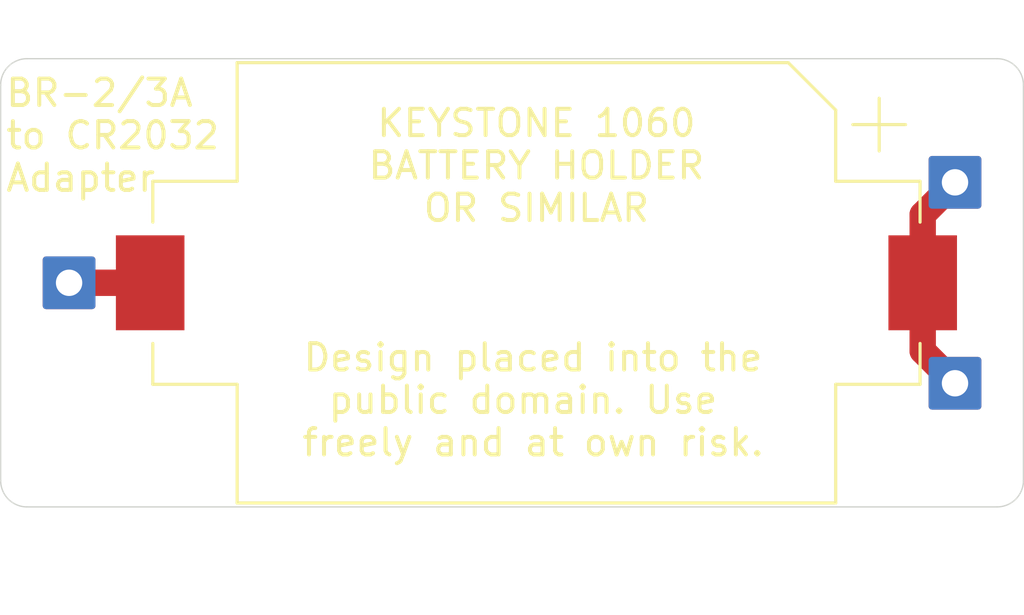
<source format=kicad_pcb>
(kicad_pcb (version 20171130) (host pcbnew "(5.1.9)-1")

  (general
    (thickness 1.6)
    (drawings 11)
    (tracks 5)
    (zones 0)
    (modules 4)
    (nets 3)
  )

  (page A4)
  (layers
    (0 F.Cu signal)
    (31 B.Cu signal)
    (32 B.Adhes user)
    (33 F.Adhes user)
    (34 B.Paste user)
    (35 F.Paste user)
    (36 B.SilkS user)
    (37 F.SilkS user)
    (38 B.Mask user)
    (39 F.Mask user)
    (40 Dwgs.User user)
    (41 Cmts.User user)
    (42 Eco1.User user)
    (43 Eco2.User user)
    (44 Edge.Cuts user)
    (45 Margin user)
    (46 B.CrtYd user)
    (47 F.CrtYd user)
    (48 B.Fab user)
    (49 F.Fab user)
  )

  (setup
    (last_trace_width 1)
    (user_trace_width 1)
    (trace_clearance 0.2)
    (zone_clearance 0.508)
    (zone_45_only no)
    (trace_min 0.2)
    (via_size 0.8)
    (via_drill 0.4)
    (via_min_size 0.4)
    (via_min_drill 0.3)
    (uvia_size 0.3)
    (uvia_drill 0.1)
    (uvias_allowed no)
    (uvia_min_size 0.2)
    (uvia_min_drill 0.1)
    (edge_width 0.05)
    (segment_width 0.2)
    (pcb_text_width 0.3)
    (pcb_text_size 1.5 1.5)
    (mod_edge_width 0.12)
    (mod_text_size 1 1)
    (mod_text_width 0.15)
    (pad_size 1.524 1.524)
    (pad_drill 0.762)
    (pad_to_mask_clearance 0)
    (aux_axis_origin 0 0)
    (visible_elements 7FFFFFFF)
    (pcbplotparams
      (layerselection 0x010f0_ffffffff)
      (usegerberextensions true)
      (usegerberattributes true)
      (usegerberadvancedattributes true)
      (creategerberjobfile true)
      (excludeedgelayer true)
      (linewidth 0.100000)
      (plotframeref false)
      (viasonmask false)
      (mode 1)
      (useauxorigin false)
      (hpglpennumber 1)
      (hpglpenspeed 20)
      (hpglpendiameter 15.000000)
      (psnegative false)
      (psa4output false)
      (plotreference true)
      (plotvalue true)
      (plotinvisibletext false)
      (padsonsilk false)
      (subtractmaskfromsilk false)
      (outputformat 1)
      (mirror false)
      (drillshape 0)
      (scaleselection 1)
      (outputdirectory "Gerber/"))
  )

  (net 0 "")
  (net 1 "Net-(BT1-Pad1)")
  (net 2 "Net-(BT1-Pad2)")

  (net_class Default "This is the default net class."
    (clearance 0.2)
    (trace_width 0.25)
    (via_dia 0.8)
    (via_drill 0.4)
    (uvia_dia 0.3)
    (uvia_drill 0.1)
    (add_net "Net-(BT1-Pad1)")
    (add_net "Net-(BT1-Pad2)")
  )

  (module Battery:BatteryHolder_Keystone_1060_1x2032 (layer F.Cu) (tedit 5B98EF5E) (tstamp 60FEC575)
    (at 136.525 85.09 180)
    (descr http://www.keyelco.com/product-pdf.cfm?p=726)
    (tags "CR2032 BR2032 BatteryHolder Battery")
    (path /60FEC40F)
    (attr smd)
    (fp_text reference BT1 (at -10.795 0) (layer F.SilkS) hide
      (effects (font (size 1 1) (thickness 0.15)))
    )
    (fp_text value Battery_Cell (at 0 -11.75) (layer F.Fab)
      (effects (font (size 1 1) (thickness 0.15)))
    )
    (fp_text user %R (at 0 0) (layer F.Fab)
      (effects (font (size 1 1) (thickness 0.15)))
    )
    (fp_arc (start 0 0) (end 6.5 -8.5) (angle -74.81070976) (layer F.CrtYd) (width 0.05))
    (fp_arc (start 0 0) (end -6.5 8.5) (angle -74.81070976) (layer F.CrtYd) (width 0.05))
    (fp_circle (center 0 0) (end -10.2 0) (layer Dwgs.User) (width 0.3))
    (fp_line (start 11 8) (end -9.4 8) (layer F.Fab) (width 0.1))
    (fp_line (start 11 -8) (end -11 -8) (layer F.Fab) (width 0.1))
    (fp_line (start 11 8) (end 11 3.5) (layer F.Fab) (width 0.1))
    (fp_line (start 11 -8) (end 11 -3.5) (layer F.Fab) (width 0.1))
    (fp_line (start -11 -8) (end -11 -3.5) (layer F.Fab) (width 0.1))
    (fp_line (start -11 6.4) (end -11 3.5) (layer F.Fab) (width 0.1))
    (fp_line (start -11 3.5) (end -14.2 3.5) (layer F.Fab) (width 0.1))
    (fp_line (start -14.2 3.5) (end -14.2 -3.5) (layer F.Fab) (width 0.1))
    (fp_line (start -14.2 -3.5) (end -11 -3.5) (layer F.Fab) (width 0.1))
    (fp_line (start 11 3.5) (end 14.2 3.5) (layer F.Fab) (width 0.1))
    (fp_line (start 14.2 3.5) (end 14.2 -3.5) (layer F.Fab) (width 0.1))
    (fp_line (start 14.2 -3.5) (end 11 -3.5) (layer F.Fab) (width 0.1))
    (fp_line (start -9.4 8) (end -11 6.4) (layer F.Fab) (width 0.1))
    (fp_line (start 11.35 3.85) (end 14.55 3.85) (layer F.SilkS) (width 0.12))
    (fp_line (start 14.55 3.85) (end 14.55 2.3) (layer F.SilkS) (width 0.12))
    (fp_line (start 11.35 8.35) (end 11.35 3.85) (layer F.SilkS) (width 0.12))
    (fp_line (start 11.35 8.35) (end -9.55 8.35) (layer F.SilkS) (width 0.12))
    (fp_line (start -11.35 6.55) (end -11.35 3.85) (layer F.SilkS) (width 0.12))
    (fp_line (start -9.55 8.35) (end -11.35 6.55) (layer F.SilkS) (width 0.12))
    (fp_line (start -11.35 3.85) (end -14.55 3.85) (layer F.SilkS) (width 0.12))
    (fp_line (start -14.55 3.85) (end -14.55 2.3) (layer F.SilkS) (width 0.12))
    (fp_line (start -11.35 -3.85) (end -14.55 -3.85) (layer F.SilkS) (width 0.12))
    (fp_line (start -14.55 -3.85) (end -14.55 -2.3) (layer F.SilkS) (width 0.12))
    (fp_line (start 11.35 -3.85) (end 14.55 -3.85) (layer F.SilkS) (width 0.12))
    (fp_line (start 14.55 -3.85) (end 14.55 -2.3) (layer F.SilkS) (width 0.12))
    (fp_line (start -11.35 -8.35) (end 11.35 -8.35) (layer F.SilkS) (width 0.12))
    (fp_line (start -11.35 -8.35) (end -11.35 -3.85) (layer F.SilkS) (width 0.12))
    (fp_line (start 11.35 -8.35) (end 11.35 -3.85) (layer F.SilkS) (width 0.12))
    (fp_line (start 11.5 8.5) (end 6.5 8.5) (layer F.CrtYd) (width 0.05))
    (fp_line (start -6.5 8.5) (end -11.5 8.5) (layer F.CrtYd) (width 0.05))
    (fp_line (start -11.5 4) (end -11.5 8.5) (layer F.CrtYd) (width 0.05))
    (fp_line (start -14.7 4) (end -11.5 4) (layer F.CrtYd) (width 0.05))
    (fp_line (start -14.7 4) (end -14.7 2.3) (layer F.CrtYd) (width 0.05))
    (fp_line (start -14.7 2.3) (end -16.45 2.3) (layer F.CrtYd) (width 0.05))
    (fp_line (start -16.45 2.3) (end -16.45 -2.3) (layer F.CrtYd) (width 0.05))
    (fp_line (start -14.7 -2.3) (end -16.45 -2.3) (layer F.CrtYd) (width 0.05))
    (fp_line (start -14.7 -2.3) (end -14.7 -4) (layer F.CrtYd) (width 0.05))
    (fp_line (start -14.7 -4) (end -11.5 -4) (layer F.CrtYd) (width 0.05))
    (fp_line (start -11.5 -4) (end -11.5 -8.5) (layer F.CrtYd) (width 0.05))
    (fp_line (start -11.5 -8.5) (end -6.5 -8.5) (layer F.CrtYd) (width 0.05))
    (fp_line (start 11.5 -8.5) (end 11.5 -4) (layer F.CrtYd) (width 0.05))
    (fp_line (start 11.5 -4) (end 14.7 -4) (layer F.CrtYd) (width 0.05))
    (fp_line (start 14.7 -4) (end 14.7 -2.3) (layer F.CrtYd) (width 0.05))
    (fp_line (start 14.7 -2.3) (end 16.45 -2.3) (layer F.CrtYd) (width 0.05))
    (fp_line (start 16.45 -2.3) (end 16.45 2.3) (layer F.CrtYd) (width 0.05))
    (fp_line (start 16.45 2.3) (end 14.7 2.3) (layer F.CrtYd) (width 0.05))
    (fp_line (start 14.7 2.3) (end 14.7 4) (layer F.CrtYd) (width 0.05))
    (fp_line (start 14.7 4) (end 11.5 4) (layer F.CrtYd) (width 0.05))
    (fp_line (start 11.5 4) (end 11.5 8.5) (layer F.CrtYd) (width 0.05))
    (fp_line (start 11.5 -8.5) (end 6.5 -8.5) (layer F.CrtYd) (width 0.05))
    (fp_line (start -13 5) (end -13 7) (layer F.SilkS) (width 0.12))
    (fp_line (start -12 6) (end -14 6) (layer F.SilkS) (width 0.12))
    (pad 1 smd rect (at -14.65 0) (size 2.6 3.6) (layers F.Cu F.Paste F.Mask)
      (net 1 "Net-(BT1-Pad1)"))
    (pad 2 smd rect (at 14.65 0) (size 2.6 3.6) (layers F.Cu F.Paste F.Mask)
      (net 2 "Net-(BT1-Pad2)"))
    (model ${KISYS3DMOD}/Battery.3dshapes/BatteryHolder_Keystone_1060_1x2032.wrl
      (at (xyz 0 0 0))
      (scale (xyz 1 1 1))
      (rotate (xyz 0 0 0))
    )
  )

  (module Connector_Wire:SolderWire-1.5sqmm_1x01_D1.7mm_OD3.9mm (layer F.Cu) (tedit 60FEBF54) (tstamp 60FF122F)
    (at 152.4 88.9)
    (descr "Soldered wire connection, for a single 1.5 mm² wire, reinforced insulation, conductor diameter 1.7mm, outer diameter 3.9mm, size source Multi-Contact FLEXI-xV 1.5 (https://ec.staubli.com/AcroFiles/Catalogues/TM_Cab-Main-11014119_(en)_hi.pdf), bend radius 3 times outer diameter, generated with kicad-footprint-generator")
    (tags "connector wire 1.5sqmm")
    (path /60FEBF43)
    (attr virtual)
    (fp_text reference H2 (at 0 -3.15) (layer F.SilkS) hide
      (effects (font (size 1 1) (thickness 0.15)))
    )
    (fp_text value Pos (at 0 3.15) (layer F.Fab)
      (effects (font (size 1 1) (thickness 0.15)))
    )
    (fp_circle (center 0 0) (end 1.95 0) (layer F.Fab) (width 0.1))
    (fp_text user %R (at 0 0) (layer F.Fab)
      (effects (font (size 0.98 0.98) (thickness 0.15)))
    )
    (pad 1 thru_hole roundrect (at 0 0) (size 2 2) (drill 1) (layers *.Cu *.Mask) (roundrect_rratio 0.064)
      (net 1 "Net-(BT1-Pad1)"))
    (model ${KISYS3DMOD}/Connector_PinHeader_2.54mm.3dshapes/PinHeader_1x01_P2.54mm_Vertical.wrl
      (offset (xyz 0 0 -1.6))
      (scale (xyz 1 1 1))
      (rotate (xyz 180 0 0))
    )
  )

  (module Connector_Wire:SolderWire-1.5sqmm_1x01_D1.7mm_OD3.9mm (layer F.Cu) (tedit 60FEBF45) (tstamp 60FF1224)
    (at 152.4 81.28)
    (descr "Soldered wire connection, for a single 1.5 mm² wire, reinforced insulation, conductor diameter 1.7mm, outer diameter 3.9mm, size source Multi-Contact FLEXI-xV 1.5 (https://ec.staubli.com/AcroFiles/Catalogues/TM_Cab-Main-11014119_(en)_hi.pdf), bend radius 3 times outer diameter, generated with kicad-footprint-generator")
    (tags "connector wire 1.5sqmm")
    (path /60FEBADB)
    (attr virtual)
    (fp_text reference H1 (at 0 -3.15) (layer F.SilkS) hide
      (effects (font (size 1 1) (thickness 0.15)))
    )
    (fp_text value Pos (at 0 3.15) (layer F.Fab)
      (effects (font (size 1 1) (thickness 0.15)))
    )
    (fp_circle (center 0 0) (end 1.95 0) (layer F.Fab) (width 0.1))
    (fp_text user %R (at 0 0) (layer F.Fab)
      (effects (font (size 0.98 0.98) (thickness 0.15)))
    )
    (pad 1 thru_hole roundrect (at 0 0) (size 2 2) (drill 1) (layers *.Cu *.Mask) (roundrect_rratio 0.064)
      (net 1 "Net-(BT1-Pad1)"))
    (model ${KISYS3DMOD}/Connector_PinHeader_2.54mm.3dshapes/PinHeader_1x01_P2.54mm_Vertical.wrl
      (offset (xyz 0 0 -1.6))
      (scale (xyz 1 1 1))
      (rotate (xyz 180 0 0))
    )
  )

  (module Connector_Wire:SolderWire-1.5sqmm_1x01_D1.7mm_OD3.9mm (layer F.Cu) (tedit 60FEBEAD) (tstamp 60FF123A)
    (at 118.8 85.09)
    (descr "Soldered wire connection, for a single 1.5 mm² wire, reinforced insulation, conductor diameter 1.7mm, outer diameter 3.9mm, size source Multi-Contact FLEXI-xV 1.5 (https://ec.staubli.com/AcroFiles/Catalogues/TM_Cab-Main-11014119_(en)_hi.pdf), bend radius 3 times outer diameter, generated with kicad-footprint-generator")
    (tags "connector wire 1.5sqmm")
    (path /60FEB7ED)
    (attr virtual)
    (fp_text reference H3 (at 27.885 4.445) (layer F.SilkS) hide
      (effects (font (size 1 1) (thickness 0.15)))
    )
    (fp_text value Neg (at 0 3.15) (layer F.Fab)
      (effects (font (size 1 1) (thickness 0.15)))
    )
    (fp_circle (center 0 0) (end 1.95 0) (layer F.Fab) (width 0.1))
    (fp_text user %R (at 0 0) (layer F.Fab)
      (effects (font (size 0.98 0.98) (thickness 0.15)))
    )
    (pad 1 thru_hole roundrect (at 0 0) (size 2 2) (drill 1) (layers *.Cu *.Mask) (roundrect_rratio 0.064)
      (net 2 "Net-(BT1-Pad2)"))
    (model ${KISYS3DMOD}/Connector_PinHeader_2.54mm.3dshapes/PinHeader_1x01_P2.54mm_Vertical.wrl
      (offset (xyz 0 0 -1.6))
      (scale (xyz 1 1 1))
      (rotate (xyz 180 0 0))
    )
  )

  (gr_line (start 153.995 93.59) (end 117.205 93.59) (layer Edge.Cuts) (width 0.05) (tstamp 60FECB20))
  (gr_line (start 153.995 76.59) (end 117.205 76.59) (layer Edge.Cuts) (width 0.05) (tstamp 60FECB1C))
  (gr_text "Design placed into the\npublic domain. Use \nfreely and at own risk." (at 136.398 89.535) (layer F.SilkS)
    (effects (font (size 1 1) (thickness 0.15)))
  )
  (gr_text "BR-2/3A\nto CR2032\nAdapter" (at 116.332 79.502) (layer F.SilkS)
    (effects (font (size 1 1) (thickness 0.15)) (justify left))
  )
  (gr_text "KEYSTONE 1060\nBATTERY HOLDER\nOR SIMILAR\n" (at 136.525 80.645) (layer F.SilkS)
    (effects (font (size 1 1) (thickness 0.15)))
  )
  (gr_arc (start 153.995 92.59) (end 153.995 93.59) (angle -90) (layer Edge.Cuts) (width 0.05))
  (gr_arc (start 153.995 77.59) (end 154.995 77.59) (angle -90) (layer Edge.Cuts) (width 0.05))
  (gr_arc (start 117.205 77.59) (end 117.205 76.59) (angle -90) (layer Edge.Cuts) (width 0.05))
  (gr_arc (start 117.205 92.59) (end 116.205 92.59) (angle -90) (layer Edge.Cuts) (width 0.05))
  (gr_line (start 154.995 92.59) (end 154.995 77.59) (layer Edge.Cuts) (width 0.05))
  (gr_line (start 116.205 77.59) (end 116.205 92.59) (layer Edge.Cuts) (width 0.05))

  (segment (start 151.175 87.675) (end 152.4 88.9) (width 1) (layer F.Cu) (net 1))
  (segment (start 151.175 85.09) (end 151.175 87.675) (width 1) (layer F.Cu) (net 1))
  (segment (start 151.175 82.505) (end 152.4 81.28) (width 1) (layer F.Cu) (net 1))
  (segment (start 151.175 85.09) (end 151.175 82.505) (width 1) (layer F.Cu) (net 1))
  (segment (start 121.875 85.09) (end 118.8 85.09) (width 1) (layer F.Cu) (net 2))

)

</source>
